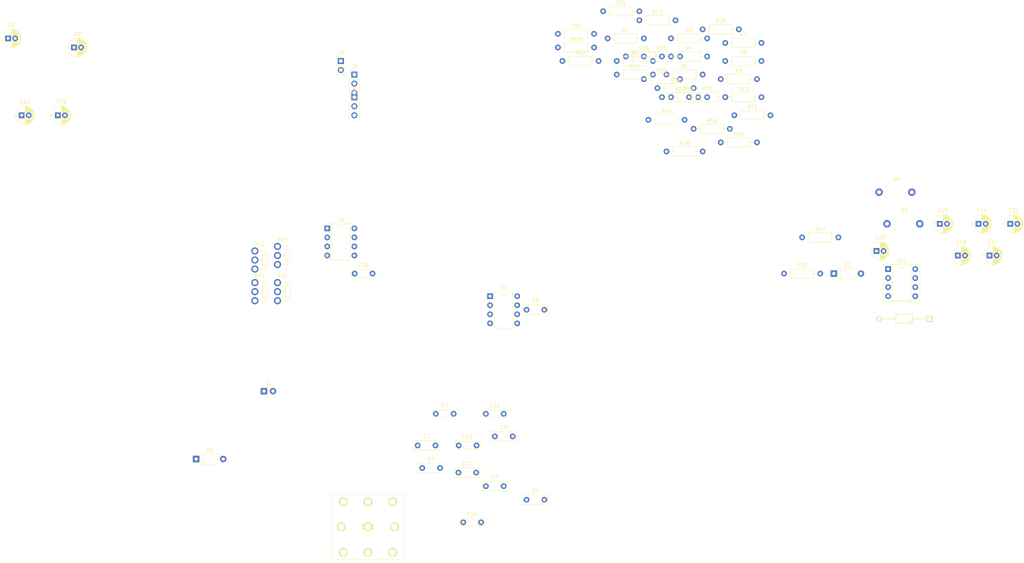
<source format=kicad_pcb>
(kicad_pcb (version 4) (host pcbnew 4.0.7)
  (layers (0 F.Cu signal) (31 B.Cu signal) (34 B.Paste user) (35 F.Paste user) (36 B.SilkS user) (37 F.SilkS user) (38 B.Mask user) (39 F.Mask user) (44 Edge.Cuts user))
  (net 0 "")
  (net 1 "Net-(C1-Pad1)")
  (net 2 "Net-(C1-Pad2)")
  (net 3 "Net-(C2-Pad1)")
  (net 4 POST-BUFF)
  (net 5 "Net-(C3-Pad2)")
  (net 6 "Net-(C4-Pad2)")
  (net 7 "Net-(C5-Pad1)")
  (net 8 "Net-(C6-Pad1)")
  (net 9 GND)
  (net 10 "Net-(C7-Pad1)")
  (net 11 "Net-(C7-Pad2)")
  (net 12 "Net-(C8-Pad1)")
  (net 13 "Net-(C9-Pad2)")
  (net 14 "Net-(C10-Pad2)")
  (net 15 "Net-(C11-Pad1)")
  (net 16 STAGE1-OUT)
  (net 17 3PDT-1)
  (net 18 "Net-(C12-Pad2)")
  (net 19 "Net-(C13-Pad1)")
  (net 20 "Net-(C14-Pad1)")
  (net 21 "Net-(C15-Pad1)")
  (net 22 "Net-(C15-Pad2)")
  (net 23 V2+)
  (net 24 "Net-(C17-Pad1)")
  (net 25 "Net-(C17-Pad2)")
  (net 26 V+)
  (net 27 "Net-(C19-Pad1)")
  (net 28 "Net-(C19-Pad2)")
  (net 29 VB+)
  (net 30 "Net-(D1-Pad1)")
  (net 31 "Net-(D1-Pad2)")
  (net 32 INPUT)
  (net 33 "Net-(J1-Pad2)")
  (net 34 "Net-(J2-Pad2)")
  (net 35 OUTPUT)
  (net 36 "Net-(R8-Pad1)")
  (net 37 "Net-(R12-Pad1)")
  (net 38 "Net-(R18-Pad2)")
  (net 39 "Net-(R21-Pad1)")
  (net 40 "Net-(R24-Pad2)")
  (net 41 "Net-(R26-Pad1)")
  (net 42 S2-to-3PDT6)
  (net 43 "Net-(SW1-Pad7)")
  (net 44 "Net-(SW1-Pad8)")
  (net 45 "Net-(SW1-Pad9)")
  (net 46 "Net-(IC1-Pad6)")
  (net 47 "Net-(IC1-Pad7)")
  (module Capacitors_THT:C_Rect_L7.0mm_W2.5mm_P5.00mm (layer F.Cu) (at 152.4 156.21)
    (fp_text reference C1 (at 2.5 -2.56) (layer F.SilkS))
    (fp_text value .1u)
    (pad 1 thru_hole circle (at 0 0) (size 1.6 1.6) (drill 0.8) (layers *.Cu *.Mask) (net 1 "Net-(C1-Pad1)"))
    (pad 2 thru_hole circle (at 5 0) (size 1.6 1.6) (drill 0.8) (layers *.Cu *.Mask) (net 2 "Net-(C1-Pad2)"))
  )
  (module Capacitors_THT:C_Rect_L7.0mm_W2.5mm_P5.00mm (layer F.Cu) (at 153.67 162.56)
    (fp_text reference C2 (at 2.5 -2.56) (layer F.SilkS))
    (fp_text value .1u)
    (pad 1 thru_hole circle (at 0 0) (size 1.6 1.6) (drill 0.8) (layers *.Cu *.Mask) (net 3 "Net-(C2-Pad1)"))
    (pad 2 thru_hole circle (at 5 0) (size 1.6 1.6) (drill 0.8) (layers *.Cu *.Mask) (net 4 POST-BUFF))
  )
  (module Capacitors_THT:C_Rect_L7.0mm_W2.5mm_P5.00mm (layer F.Cu) (at 171.53 167.64)
    (fp_text reference C3 (at 2.5 -2.56) (layer F.SilkS))
    (fp_text value 68n)
    (pad 1 thru_hole circle (at 0 0) (size 1.6 1.6) (drill 0.8) (layers *.Cu *.Mask) (net 4 POST-BUFF))
    (pad 2 thru_hole circle (at 5 0) (size 1.6 1.6) (drill 0.8) (layers *.Cu *.Mask) (net 5 "Net-(C3-Pad2)"))
  )
  (module Capacitors_THT:C_Rect_L7.0mm_W2.5mm_P5.00mm (layer F.Cu) (at 182.96 171.45)
    (fp_text reference C4 (at 2.5 -2.56) (layer F.SilkS))
    (fp_text value .39u)
    (pad 1 thru_hole circle (at 0 0) (size 1.6 1.6) (drill 0.8) (layers *.Cu *.Mask) (net 5 "Net-(C3-Pad2)"))
    (pad 2 thru_hole circle (at 5 0) (size 1.6 1.6) (drill 0.8) (layers *.Cu *.Mask) (net 6 "Net-(C4-Pad2)"))
  )
  (module Capacitors_THT:C_Rect_L7.0mm_W2.5mm_P5.00mm (layer F.Cu) (at 174.07 153.67)
    (fp_text reference C5 (at 2.5 -2.56) (layer F.SilkS))
    (fp_text value 68n)
    (pad 1 thru_hole circle (at 0 0) (size 1.6 1.6) (drill 0.8) (layers *.Cu *.Mask) (net 7 "Net-(C5-Pad1)"))
    (pad 2 thru_hole circle (at 5 0) (size 1.6 1.6) (drill 0.8) (layers *.Cu *.Mask) (net 3 "Net-(C2-Pad1)"))
  )
  (module Capacitors_THT:CP_Radial_D5.0mm_P2.00mm (layer F.Cu) (at 37.37 41.91)
    (fp_text reference C6 (at 1 -3.81) (layer F.SilkS))
    (fp_text value 1u)
    (pad 1 thru_hole rect (at 0 0) (size 1.6 1.6) (drill 0.8) (layers *.Cu *.Mask) (net 8 "Net-(C6-Pad1)"))
    (pad 2 thru_hole circle (at 2 0) (size 1.6 1.6) (drill 0.8) (layers *.Cu *.Mask) (net 9 GND))
  )
  (module Capacitors_THT:C_Rect_L7.0mm_W2.0mm_P5.00mm (layer F.Cu) (at 157.48 147.32)
    (fp_text reference C7 (at 2.5 -2.31) (layer F.SilkS))
    (fp_text value 82n)
    (pad 1 thru_hole circle (at 0 0) (size 1.6 1.6) (drill 0.8) (layers *.Cu *.Mask) (net 10 "Net-(C7-Pad1)"))
    (pad 2 thru_hole circle (at 5 0) (size 1.6 1.6) (drill 0.8) (layers *.Cu *.Mask) (net 11 "Net-(C7-Pad2)"))
  )
  (module Capacitors_THT:C_Rect_L7.0mm_W2.5mm_P5.00mm (layer F.Cu) (at 182.96 118.11)
    (fp_text reference C8 (at 2.5 -2.56) (layer F.SilkS))
    (fp_text value 390p)
    (pad 1 thru_hole circle (at 0 0) (size 1.6 1.6) (drill 0.8) (layers *.Cu *.Mask) (net 12 "Net-(C8-Pad1)"))
    (pad 2 thru_hole circle (at 5 0) (size 1.6 1.6) (drill 0.8) (layers *.Cu *.Mask) (net 10 "Net-(C7-Pad1)"))
  )
  (module Capacitors_THT:CP_Radial_D5.0mm_P2.00mm (layer F.Cu) (at 55.88 44.45)
    (fp_text reference C9 (at 1 -3.81) (layer F.SilkS))
    (fp_text value 1u)
    (pad 1 thru_hole rect (at 0 0) (size 1.6 1.6) (drill 0.8) (layers *.Cu *.Mask) (net 12 "Net-(C8-Pad1)"))
    (pad 2 thru_hole circle (at 2 0) (size 1.6 1.6) (drill 0.8) (layers *.Cu *.Mask) (net 13 "Net-(C9-Pad2)"))
  )
  (module Capacitors_THT:C_Rect_L7.0mm_W2.0mm_P5.00mm (layer F.Cu) (at 165.18 177.8)
    (fp_text reference C10 (at 2.5 -2.31) (layer F.SilkS))
    (fp_text value 4.7n)
    (pad 1 thru_hole circle (at 0 0) (size 1.6 1.6) (drill 0.8) (layers *.Cu *.Mask) (net 4 POST-BUFF))
    (pad 2 thru_hole circle (at 5 0) (size 1.6 1.6) (drill 0.8) (layers *.Cu *.Mask) (net 14 "Net-(C10-Pad2)"))
  )
  (module Capacitors_THT:C_Rect_L7.0mm_W2.5mm_P5.00mm (layer F.Cu) (at 163.83 163.83)
    (fp_text reference C11 (at 2.5 -2.56) (layer F.SilkS))
    (fp_text value 820p)
    (pad 1 thru_hole circle (at 0 0) (size 1.6 1.6) (drill 0.8) (layers *.Cu *.Mask) (net 15 "Net-(C11-Pad1)"))
    (pad 2 thru_hole circle (at 5 0) (size 1.6 1.6) (drill 0.8) (layers *.Cu *.Mask) (net 16 STAGE1-OUT))
  )
  (module Capacitors_THT:CP_Radial_D5.0mm_P2.00mm (layer F.Cu) (at 41.18 63.5)
    (fp_text reference C12 (at 1 -3.81) (layer F.SilkS))
    (fp_text value 1u)
    (pad 1 thru_hole rect (at 0 0) (size 1.6 1.6) (drill 0.8) (layers *.Cu *.Mask) (net 17 3PDT-1))
    (pad 2 thru_hole circle (at 2 0) (size 1.6 1.6) (drill 0.8) (layers *.Cu *.Mask) (net 18 "Net-(C12-Pad2)"))
  )
  (module Capacitors_THT:C_Rect_L7.0mm_W2.0mm_P5.00mm (layer F.Cu) (at 163.91 156.21)
    (fp_text reference C13 (at 2.5 -2.31) (layer F.SilkS))
    (fp_text value 2.2n)
    (pad 1 thru_hole circle (at 0 0) (size 1.6 1.6) (drill 0.8) (layers *.Cu *.Mask) (net 19 "Net-(C13-Pad1)"))
    (pad 2 thru_hole circle (at 5 0) (size 1.6 1.6) (drill 0.8) (layers *.Cu *.Mask) (net 18 "Net-(C12-Pad2)"))
  )
  (module Capacitors_THT:C_Rect_L7.0mm_W2.0mm_P5.00mm (layer F.Cu) (at 171.53 147.32)
    (fp_text reference C14 (at 2.5 -2.31) (layer F.SilkS))
    (fp_text value 27n)
    (pad 1 thru_hole circle (at 0 0) (size 1.6 1.6) (drill 0.8) (layers *.Cu *.Mask) (net 20 "Net-(C14-Pad1)"))
    (pad 2 thru_hole circle (at 5 0) (size 1.6 1.6) (drill 0.8) (layers *.Cu *.Mask) (net 16 STAGE1-OUT))
  )
  (module Capacitors_THT:C_Rect_L7.0mm_W2.0mm_P5.00mm (layer F.Cu) (at 134.7 107.95)
    (fp_text reference C15 (at 2.5 -2.31) (layer F.SilkS))
    (fp_text value 3.9n)
    (pad 1 thru_hole circle (at 0 0) (size 1.6 1.6) (drill 0.8) (layers *.Cu *.Mask) (net 21 "Net-(C15-Pad1)"))
    (pad 2 thru_hole circle (at 5 0) (size 1.6 1.6) (drill 0.8) (layers *.Cu *.Mask) (net 22 "Net-(C15-Pad2)"))
  )
  (module Capacitors_THT:CP_Radial_D5.0mm_P2.00mm (layer F.Cu) (at 309.88 93.98)
    (fp_text reference C16 (at 1 -3.81) (layer F.SilkS))
    (fp_text value 1u)
    (pad 1 thru_hole rect (at 0 0) (size 1.6 1.6) (drill 0.8) (layers *.Cu *.Mask) (net 23 V2+))
    (pad 2 thru_hole circle (at 2 0) (size 1.6 1.6) (drill 0.8) (layers *.Cu *.Mask) (net 9 GND))
  )
  (module Capacitors_THT:CP_Radial_D5.0mm_P2.00mm (layer F.Cu) (at 312.96 102.87)
    (fp_text reference C17 (at 1 -3.81) (layer F.SilkS))
    (fp_text value 1u)
    (pad 1 thru_hole rect (at 0 0) (size 1.6 1.6) (drill 0.8) (layers *.Cu *.Mask) (net 24 "Net-(C17-Pad1)"))
    (pad 2 thru_hole circle (at 2 0) (size 1.6 1.6) (drill 0.8) (layers *.Cu *.Mask) (net 25 "Net-(C17-Pad2)"))
  )
  (module Capacitors_THT:CP_Radial_D5.0mm_P2.00mm (layer F.Cu) (at 304.07 102.87)
    (fp_text reference C18 (at 1 -3.81) (layer F.SilkS))
    (fp_text value 47u)
    (pad 1 thru_hole rect (at 0 0) (size 1.6 1.6) (drill 0.8) (layers *.Cu *.Mask) (net 26 V+))
    (pad 2 thru_hole circle (at 2 0) (size 1.6 1.6) (drill 0.8) (layers *.Cu *.Mask) (net 9 GND))
  )
  (module Capacitors_THT:CP_Radial_D5.0mm_P2.00mm (layer F.Cu) (at 51.34 63.5)
    (fp_text reference C19 (at 1 -3.81) (layer F.SilkS))
    (fp_text value 4.7u)
    (pad 1 thru_hole rect (at 0 0) (size 1.6 1.6) (drill 0.8) (layers *.Cu *.Mask) (net 27 "Net-(C19-Pad1)"))
    (pad 2 thru_hole circle (at 2 0) (size 1.6 1.6) (drill 0.8) (layers *.Cu *.Mask) (net 28 "Net-(C19-Pad2)"))
  )
  (module Capacitors_THT:CP_Radial_D5.0mm_P2.00mm (layer F.Cu) (at 298.99 93.98)
    (fp_text reference C20 (at 1 -3.81) (layer F.SilkS))
    (fp_text value 1u)
    (pad 1 thru_hole rect (at 0 0) (size 1.6 1.6) (drill 0.8) (layers *.Cu *.Mask) (net 25 "Net-(C17-Pad2)"))
    (pad 2 thru_hole circle (at 2 0) (size 1.6 1.6) (drill 0.8) (layers *.Cu *.Mask) (net 9 GND))
  )
  (module Capacitors_THT:CP_Radial_D5.0mm_P2.00mm (layer F.Cu) (at 318.77 93.98)
    (fp_text reference C21 (at 1 -3.81) (layer F.SilkS))
    (fp_text value 47u)
    (pad 1 thru_hole rect (at 0 0) (size 1.6 1.6) (drill 0.8) (layers *.Cu *.Mask) (net 29 VB+))
    (pad 2 thru_hole circle (at 2 0) (size 1.6 1.6) (drill 0.8) (layers *.Cu *.Mask) (net 9 GND))
  )
  (module Capacitors_THT:CP_Radial_D5.0mm_P2.00mm (layer F.Cu) (at 281.21 101.6)
    (fp_text reference C22 (at 1 -3.81) (layer F.SilkS))
    (fp_text value 1u)
    (pad 1 thru_hole rect (at 0 0) (size 1.6 1.6) (drill 0.8) (layers *.Cu *.Mask) (net 9 GND))
    (pad 2 thru_hole circle (at 2 0) (size 1.6 1.6) (drill 0.8) (layers *.Cu *.Mask) (net 26 V+))
  )
  (module LEDs:LED_D1.8mm_W3.3mm_H2.4mm (layer F.Cu) (at 109.22 140.97)
    (fp_text reference D1 (at 1.27 -2.26) (layer F.SilkS))
    (fp_text value LED)
    (pad 1 thru_hole rect (at 0 0) (size 1.8 1.8) (drill 0.9) (layers *.Cu *.Mask) (net 30 "Net-(D1-Pad1)"))
    (pad 2 thru_hole circle (at 2.54 0) (size 1.8 1.8) (drill 0.9) (layers *.Cu *.Mask) (net 31 "Net-(D1-Pad2)"))
  )
  (module Diodes_THT:D_A-405_P7.62mm_Horizontal (layer F.Cu) (at 90.17 160.02)
    (fp_text reference D2 (at 3.81 -2.41) (layer F.SilkS))
    (fp_text value D)
    (pad 1 thru_hole rect (at 0 0) (size 1.8 1.8) (drill 0.9) (layers *.Cu *.Mask) (net 17 3PDT-1))
    (pad 2 thru_hole oval (at 7.62 0) (size 1.8 1.8) (drill 0.9) (layers *.Cu *.Mask) (net 9 GND))
  )
  (module Diodes_THT:D_A-405_P7.62mm_Horizontal (layer F.Cu) (at 269.24 107.95)
    (fp_text reference D3 (at 3.81 -2.41) (layer F.SilkS))
    (fp_text value D)
    (pad 1 thru_hole rect (at 0 0) (size 1.8 1.8) (drill 0.9) (layers *.Cu *.Mask) (net 9 GND))
    (pad 2 thru_hole oval (at 7.62 0) (size 1.8 1.8) (drill 0.9) (layers *.Cu *.Mask) (net 17 3PDT-1))
  )
  (module digikey-footprints:DO-41 (layer F.Cu) (at 281.94 85.09)
    (fp_text reference D4 (at 4.95 -3.65) (layer F.SilkS))
    (fp_text value 1N4001-G)
    (pad 1 thru_hole circle (at 0 0) (size 2.1 2.1) (drill 1.1) (layers *.Cu *.Mask) (net 23 V2+))
    (pad 2 thru_hole circle (at 9.2 0) (size 2.1 2.1) (drill 1.1) (layers *.Cu *.Mask) (net 24 "Net-(C17-Pad1)"))
  )
  (module digikey-footprints:DO-41 (layer F.Cu) (at 284.17 93.98)
    (fp_text reference D5 (at 4.95 -3.65) (layer F.SilkS))
    (fp_text value 1N4001-G)
    (pad 1 thru_hole circle (at 0 0) (size 2.1 2.1) (drill 1.1) (layers *.Cu *.Mask) (net 24 "Net-(C17-Pad1)"))
    (pad 2 thru_hole circle (at 9.2 0) (size 2.1 2.1) (drill 1.1) (layers *.Cu *.Mask) (net 26 V+))
  )
  (module Socket_Strips:Socket_Strip_Straight_1x03_Pitch2.54mm (layer F.Cu) (at 134.62 58.42)
    (fp_text reference J1 (at 0 -2.33) (layer F.SilkS))
    (fp_text value Conn_01x03)
    (pad 1 thru_hole rect (at 0 0) (size 1.7 1.7) (drill 1) (layers *.Cu *.Mask) (net 32 INPUT))
    (pad 2 thru_hole oval (at 0 2.54) (size 1.7 1.7) (drill 1) (layers *.Cu *.Mask) (net 33 "Net-(J1-Pad2)"))
    (pad 3 thru_hole oval (at 0 5.08) (size 1.7 1.7) (drill 1) (layers *.Cu *.Mask) (net 9 GND))
  )
  (module Socket_Strips:Socket_Strip_Straight_1x03_Pitch2.54mm (layer F.Cu) (at 134.62 52.07)
    (fp_text reference J2 (at 0 -2.33) (layer F.SilkS))
    (fp_text value Conn_01x03)
    (pad 1 thru_hole rect (at 0 0) (size 1.7 1.7) (drill 1) (layers *.Cu *.Mask) (net 26 V+))
    (pad 2 thru_hole oval (at 0 2.54) (size 1.7 1.7) (drill 1) (layers *.Cu *.Mask) (net 34 "Net-(J2-Pad2)"))
    (pad 3 thru_hole oval (at 0 5.08) (size 1.7 1.7) (drill 1) (layers *.Cu *.Mask) (net 9 GND))
  )
  (module Socket_Strips:Socket_Strip_Straight_1x02_Pitch2.54mm (layer F.Cu) (at 130.81 48.26)
    (fp_text reference J3 (at 0 -2.33) (layer F.SilkS))
    (fp_text value Conn_01x02)
    (pad 1 thru_hole rect (at 0 0) (size 1.7 1.7) (drill 1) (layers *.Cu *.Mask) (net 35 OUTPUT))
    (pad 2 thru_hole oval (at 0 2.54) (size 1.7 1.7) (drill 1) (layers *.Cu *.Mask) (net 9 GND))
  )
  (module Resistors_THT:R_Axial_DIN0207_L6.3mm_D2.5mm_P10.16mm_Horizontal (layer F.Cu) (at 205.74 41.91)
    (fp_text reference R1 (at 5.08 -2.31) (layer F.SilkS))
    (fp_text value 10k)
    (pad 1 thru_hole circle (at 0 0) (size 1.6 1.6) (drill 0.8) (layers *.Cu *.Mask) (net 2 "Net-(C1-Pad2)"))
    (pad 2 thru_hole oval (at 10.16 0) (size 1.6 1.6) (drill 0.8) (layers *.Cu *.Mask) (net 32 INPUT))
  )
  (module Resistors_THT:R_Axial_DIN0207_L6.3mm_D2.5mm_P10.16mm_Horizontal (layer F.Cu) (at 208.28 48.26)
    (fp_text reference R2 (at 5.08 -2.31) (layer F.SilkS))
    (fp_text value 5.1k)
    (pad 1 thru_hole circle (at 0 0) (size 1.6 1.6) (drill 0.8) (layers *.Cu *.Mask) (net 4 POST-BUFF))
    (pad 2 thru_hole oval (at 10.16 0) (size 1.6 1.6) (drill 0.8) (layers *.Cu *.Mask) (net 5 "Net-(C3-Pad2)"))
  )
  (module Resistors_THT:R_Axial_DIN0207_L6.3mm_D2.5mm_P10.16mm_Horizontal (layer F.Cu) (at 223.52 41.91)
    (fp_text reference R3 (at 5.08 -2.31) (layer F.SilkS))
    (fp_text value 1.5k)
    (pad 1 thru_hole circle (at 0 0) (size 1.6 1.6) (drill 0.8) (layers *.Cu *.Mask) (net 5 "Net-(C3-Pad2)"))
    (pad 2 thru_hole oval (at 10.16 0) (size 1.6 1.6) (drill 0.8) (layers *.Cu *.Mask) (net 29 VB+))
  )
  (module Resistors_THT:R_Axial_DIN0207_L6.3mm_D2.5mm_P10.16mm_Horizontal (layer F.Cu) (at 223.52 46.99)
    (fp_text reference R4 (at 5.08 -2.31) (layer F.SilkS))
    (fp_text value 1k)
    (pad 1 thru_hole circle (at 0 0) (size 1.6 1.6) (drill 0.8) (layers *.Cu *.Mask) (net 6 "Net-(C4-Pad2)"))
    (pad 2 thru_hole oval (at 10.16 0) (size 1.6 1.6) (drill 0.8) (layers *.Cu *.Mask) (net 29 VB+))
  )
  (module Resistors_THT:R_Axial_DIN0207_L6.3mm_D2.5mm_P10.16mm_Horizontal (layer F.Cu) (at 222.25 52.07)
    (fp_text reference R5 (at 5.08 -2.31) (layer F.SilkS))
    (fp_text value 1M)
    (pad 1 thru_hole circle (at 0 0) (size 1.6 1.6) (drill 0.8) (layers *.Cu *.Mask) (net 1 "Net-(C1-Pad1)"))
    (pad 2 thru_hole oval (at 10.16 0) (size 1.6 1.6) (drill 0.8) (layers *.Cu *.Mask) (net 29 VB+))
  )
  (module Resistors_THT:R_Axial_DIN0207_L6.3mm_D2.5mm_P10.16mm_Horizontal (layer F.Cu) (at 191.77 40.64)
    (fp_text reference R6 (at 5.08 -2.31) (layer F.SilkS))
    (fp_text value 10k)
    (pad 1 thru_hole circle (at 0 0) (size 1.6 1.6) (drill 0.8) (layers *.Cu *.Mask) (net 7 "Net-(C5-Pad1)"))
    (pad 2 thru_hole oval (at 10.16 0) (size 1.6 1.6) (drill 0.8) (layers *.Cu *.Mask) (net 3 "Net-(C2-Pad1)"))
  )
  (module Resistors_THT:R_Axial_DIN0207_L6.3mm_D2.5mm_P10.16mm_Horizontal (layer F.Cu) (at 238.76 43.18)
    (fp_text reference R7 (at 5.08 -2.31) (layer F.SilkS))
    (fp_text value 1.5k)
    (pad 1 thru_hole circle (at 0 0) (size 1.6 1.6) (drill 0.8) (layers *.Cu *.Mask) (net 8 "Net-(C6-Pad1)"))
    (pad 2 thru_hole oval (at 10.16 0) (size 1.6 1.6) (drill 0.8) (layers *.Cu *.Mask) (net 3 "Net-(C2-Pad1)"))
  )
  (module Resistors_THT:R_Axial_DIN0207_L6.3mm_D2.5mm_P10.16mm_Horizontal (layer F.Cu) (at 238.76 48.26)
    (fp_text reference R8 (at 5.08 -2.31) (layer F.SilkS))
    (fp_text value 2k)
    (pad 1 thru_hole circle (at 0 0) (size 1.6 1.6) (drill 0.8) (layers *.Cu *.Mask) (net 36 "Net-(R8-Pad1)"))
    (pad 2 thru_hole oval (at 10.16 0) (size 1.6 1.6) (drill 0.8) (layers *.Cu *.Mask) (net 11 "Net-(C7-Pad2)"))
  )
  (module Resistors_THT:R_Axial_DIN0207_L6.3mm_D2.5mm_P10.16mm_Horizontal (layer F.Cu) (at 237.49 53.34)
    (fp_text reference R9 (at 5.08 -2.31) (layer F.SilkS))
    (fp_text value 15k)
    (pad 1 thru_hole circle (at 0 0) (size 1.6 1.6) (drill 0.8) (layers *.Cu *.Mask) (net 10 "Net-(C7-Pad1)"))
    (pad 2 thru_hole oval (at 10.16 0) (size 1.6 1.6) (drill 0.8) (layers *.Cu *.Mask) (net 11 "Net-(C7-Pad2)"))
  )
  (module Resistors_THT:R_Axial_DIN0207_L6.3mm_D2.5mm_P10.16mm_Horizontal (layer F.Cu) (at 191.77 44.45)
    (fp_text reference R10 (at 5.08 -2.31) (layer F.SilkS))
    (fp_text value 3.9k)
    (pad 1 thru_hole circle (at 0 0) (size 1.6 1.6) (drill 0.8) (layers *.Cu *.Mask) (net 31 "Net-(D1-Pad2)"))
    (pad 2 thru_hole oval (at 10.16 0) (size 1.6 1.6) (drill 0.8) (layers *.Cu *.Mask) (net 26 V+))
  )
  (module Resistors_THT:R_Axial_DIN0207_L6.3mm_D2.5mm_P10.16mm_Horizontal (layer F.Cu) (at 208.28 52.07)
    (fp_text reference R11 (at 5.08 -2.31) (layer F.SilkS))
    (fp_text value 422k)
    (pad 1 thru_hole circle (at 0 0) (size 1.6 1.6) (drill 0.8) (layers *.Cu *.Mask) (net 12 "Net-(C8-Pad1)"))
    (pad 2 thru_hole oval (at 10.16 0) (size 1.6 1.6) (drill 0.8) (layers *.Cu *.Mask) (net 10 "Net-(C7-Pad1)"))
  )
  (module Resistors_THT:R_Axial_DIN0207_L6.3mm_D2.5mm_P10.16mm_Horizontal (layer F.Cu) (at 193.04 48.26)
    (fp_text reference R12 (at 5.08 -2.31) (layer F.SilkS))
    (fp_text value 68k)
    (pad 1 thru_hole circle (at 0 0) (size 1.6 1.6) (drill 0.8) (layers *.Cu *.Mask) (net 37 "Net-(R12-Pad1)"))
    (pad 2 thru_hole oval (at 10.16 0) (size 1.6 1.6) (drill 0.8) (layers *.Cu *.Mask) (net 35 OUTPUT))
  )
  (module Resistors_THT:R_Axial_DIN0207_L6.3mm_D2.5mm_P10.16mm_Horizontal (layer F.Cu) (at 238.76 58.42)
    (fp_text reference R13 (at 5.08 -2.31) (layer F.SilkS))
    (fp_text value 560)
    (pad 1 thru_hole circle (at 0 0) (size 1.6 1.6) (drill 0.8) (layers *.Cu *.Mask) (net 37 "Net-(R12-Pad1)"))
    (pad 2 thru_hole oval (at 10.16 0) (size 1.6 1.6) (drill 0.8) (layers *.Cu *.Mask) (net 14 "Net-(C10-Pad2)"))
  )
  (module Resistors_THT:R_Axial_DIN0207_L6.3mm_D2.5mm_P10.16mm_Horizontal (layer F.Cu) (at 223.52 58.42)
    (fp_text reference R14 (at 5.08 -2.31) (layer F.SilkS))
    (fp_text value 100k)
    (pad 1 thru_hole circle (at 0 0) (size 1.6 1.6) (drill 0.8) (layers *.Cu *.Mask) (net 14 "Net-(C10-Pad2)"))
    (pad 2 thru_hole oval (at 10.16 0) (size 1.6 1.6) (drill 0.8) (layers *.Cu *.Mask) (net 9 GND))
  )
  (module Resistors_THT:R_Axial_DIN0207_L6.3mm_D2.5mm_P10.16mm_Horizontal (layer F.Cu) (at 241.3 63.5)
    (fp_text reference R15 (at 5.08 -2.31) (layer F.SilkS))
    (fp_text value 1k)
    (pad 1 thru_hole circle (at 0 0) (size 1.6 1.6) (drill 0.8) (layers *.Cu *.Mask) (net 17 3PDT-1))
    (pad 2 thru_hole oval (at 10.16 0) (size 1.6 1.6) (drill 0.8) (layers *.Cu *.Mask) (net 13 "Net-(C9-Pad2)"))
  )
  (module Resistors_THT:R_Axial_DIN0207_L6.3mm_D2.5mm_P10.16mm_Horizontal (layer F.Cu) (at 229.87 67.31)
    (fp_text reference R16 (at 5.08 -2.31) (layer F.SilkS))
    (fp_text value 15k)
    (pad 1 thru_hole circle (at 0 0) (size 1.6 1.6) (drill 0.8) (layers *.Cu *.Mask) (net 16 STAGE1-OUT))
    (pad 2 thru_hole oval (at 10.16 0) (size 1.6 1.6) (drill 0.8) (layers *.Cu *.Mask) (net 8 "Net-(C6-Pad1)"))
  )
  (module Resistors_THT:R_Axial_DIN0207_L6.3mm_D2.5mm_P10.16mm_Horizontal (layer F.Cu) (at 214.63 36.83)
    (fp_text reference R17 (at 5.08 -2.31) (layer F.SilkS))
    (fp_text value 392k)
    (pad 1 thru_hole circle (at 0 0) (size 1.6 1.6) (drill 0.8) (layers *.Cu *.Mask) (net 15 "Net-(C11-Pad1)"))
    (pad 2 thru_hole oval (at 10.16 0) (size 1.6 1.6) (drill 0.8) (layers *.Cu *.Mask) (net 16 STAGE1-OUT))
  )
  (module Resistors_THT:R_Axial_DIN0207_L6.3mm_D2.5mm_P10.16mm_Horizontal (layer F.Cu) (at 237.49 71.12)
    (fp_text reference R18 (at 5.08 -2.31) (layer F.SilkS))
    (fp_text value 22k)
    (pad 1 thru_hole circle (at 0 0) (size 1.6 1.6) (drill 0.8) (layers *.Cu *.Mask) (net 19 "Net-(C13-Pad1)"))
    (pad 2 thru_hole oval (at 10.16 0) (size 1.6 1.6) (drill 0.8) (layers *.Cu *.Mask) (net 38 "Net-(R18-Pad2)"))
  )
  (module Resistors_THT:R_Axial_DIN0207_L6.3mm_D2.5mm_P10.16mm_Horizontal (layer F.Cu) (at 217.17 64.77)
    (fp_text reference R19 (at 5.08 -2.31) (layer F.SilkS))
    (fp_text value 47k)
    (pad 1 thru_hole circle (at 0 0) (size 1.6 1.6) (drill 0.8) (layers *.Cu *.Mask) (net 16 STAGE1-OUT))
    (pad 2 thru_hole oval (at 10.16 0) (size 1.6 1.6) (drill 0.8) (layers *.Cu *.Mask) (net 18 "Net-(C12-Pad2)"))
  )
  (module Resistors_THT:R_Axial_DIN0207_L6.3mm_D2.5mm_P10.16mm_Horizontal (layer F.Cu) (at 222.25 73.66)
    (fp_text reference R20 (at 5.08 -2.31) (layer F.SilkS))
    (fp_text value 2k)
    (pad 1 thru_hole circle (at 0 0) (size 1.6 1.6) (drill 0.8) (layers *.Cu *.Mask) (net 16 STAGE1-OUT))
    (pad 2 thru_hole oval (at 10.16 0) (size 1.6 1.6) (drill 0.8) (layers *.Cu *.Mask) (net 38 "Net-(R18-Pad2)"))
  )
  (module Resistors_THT:R_Axial_DIN0207_L6.3mm_D2.5mm_P10.16mm_Horizontal (layer F.Cu) (at 204.47 34.29)
    (fp_text reference R21 (at 5.08 -2.31) (layer F.SilkS))
    (fp_text value 1.8k)
    (pad 1 thru_hole circle (at 0 0) (size 1.6 1.6) (drill 0.8) (layers *.Cu *.Mask) (net 39 "Net-(R21-Pad1)"))
    (pad 2 thru_hole oval (at 10.16 0) (size 1.6 1.6) (drill 0.8) (layers *.Cu *.Mask) (net 15 "Net-(C11-Pad1)"))
  )
  (module Resistors_THT:R_Axial_DIN0207_L6.3mm_D2.5mm_P10.16mm_Horizontal (layer F.Cu) (at 215.9 53.34)
    (fp_text reference R22 (at 5.08 -2.31) (layer F.SilkS))
    (fp_text value 2k)
    (pad 1 thru_hole circle (at 0 0) (size 1.6 1.6) (drill 0.8) (layers *.Cu *.Mask) (net 20 "Net-(C14-Pad1)"))
    (pad 2 thru_hole oval (at 10.16 0) (size 1.6 1.6) (drill 0.8) (layers *.Cu *.Mask) (net 38 "Net-(R18-Pad2)"))
  )
  (module Resistors_THT:R_Axial_DIN0207_L6.3mm_D2.5mm_P10.16mm_Horizontal (layer F.Cu) (at 220.98 58.42)
    (fp_text reference R23 (at 5.08 -2.31) (layer F.SilkS))
    (fp_text value 100k)
    (pad 1 thru_hole circle (at 0 0) (size 1.6 1.6) (drill 0.8) (layers *.Cu *.Mask) (net 22 "Net-(C15-Pad2)"))
    (pad 2 thru_hole oval (at 10.16 0) (size 1.6 1.6) (drill 0.8) (layers *.Cu *.Mask) (net 15 "Net-(C11-Pad1)"))
  )
  (module Resistors_THT:R_Axial_DIN0207_L6.3mm_D2.5mm_P10.16mm_Horizontal (layer F.Cu) (at 219.71 55.88)
    (fp_text reference R24 (at 5.08 -2.31) (layer F.SilkS))
    (fp_text value 4.7k)
    (pad 1 thru_hole circle (at 0 0) (size 1.6 1.6) (drill 0.8) (layers *.Cu *.Mask) (net 27 "Net-(C19-Pad1)"))
    (pad 2 thru_hole oval (at 10.16 0) (size 1.6 1.6) (drill 0.8) (layers *.Cu *.Mask) (net 40 "Net-(R24-Pad2)"))
  )
  (module Resistors_THT:R_Axial_DIN0207_L6.3mm_D2.5mm_P10.16mm_Horizontal (layer F.Cu) (at 215.9 46.99)
    (fp_text reference R25 (at 5.08 -2.31) (layer F.SilkS))
    (fp_text value 100k)
    (pad 1 thru_hole circle (at 0 0) (size 1.6 1.6) (drill 0.8) (layers *.Cu *.Mask) (net 27 "Net-(C19-Pad1)"))
    (pad 2 thru_hole oval (at 10.16 0) (size 1.6 1.6) (drill 0.8) (layers *.Cu *.Mask) (net 22 "Net-(C15-Pad2)"))
  )
  (module Resistors_THT:R_Axial_DIN0207_L6.3mm_D2.5mm_P10.16mm_Horizontal (layer F.Cu) (at 210.82 46.99)
    (fp_text reference R26 (at 5.08 -2.31) (layer F.SilkS))
    (fp_text value 560)
    (pad 1 thru_hole circle (at 0 0) (size 1.6 1.6) (drill 0.8) (layers *.Cu *.Mask) (net 41 "Net-(R26-Pad1)"))
    (pad 2 thru_hole oval (at 10.16 0) (size 1.6 1.6) (drill 0.8) (layers *.Cu *.Mask) (net 28 "Net-(C19-Pad2)"))
  )
  (module Resistors_THT:R_Axial_DIN0207_L6.3mm_D2.5mm_P10.16mm_Horizontal (layer F.Cu) (at 260.35 97.79)
    (fp_text reference R27 (at 5.08 -2.31) (layer F.SilkS))
    (fp_text value 27k)
    (pad 1 thru_hole circle (at 0 0) (size 1.6 1.6) (drill 0.8) (layers *.Cu *.Mask) (net 29 VB+))
    (pad 2 thru_hole oval (at 10.16 0) (size 1.6 1.6) (drill 0.8) (layers *.Cu *.Mask) (net 26 V+))
  )
  (module Resistors_THT:R_Axial_DIN0207_L6.3mm_D2.5mm_P10.16mm_Horizontal (layer F.Cu) (at 232.41 39.37)
    (fp_text reference R28 (at 5.08 -2.31) (layer F.SilkS))
    (fp_text value 68k)
    (pad 1 thru_hole circle (at 0 0) (size 1.6 1.6) (drill 0.8) (layers *.Cu *.Mask) (net 35 OUTPUT))
    (pad 2 thru_hole oval (at 10.16 0) (size 1.6 1.6) (drill 0.8) (layers *.Cu *.Mask) (net 42 S2-to-3PDT6))
  )
  (module Resistors_THT:R_Axial_DIN0207_L6.3mm_D2.5mm_P10.16mm_Horizontal (layer F.Cu) (at 228.6 58.42)
    (fp_text reference R29 (at 5.08 -2.31) (layer F.SilkS))
    (fp_text value 100k)
    (pad 1 thru_hole circle (at 0 0) (size 1.6 1.6) (drill 0.8) (layers *.Cu *.Mask) (net 9 GND))
    (pad 2 thru_hole oval (at 10.16 0) (size 1.6 1.6) (drill 0.8) (layers *.Cu *.Mask) (net 35 OUTPUT))
  )
  (module Resistors_THT:R_Axial_DIN0207_L6.3mm_D2.5mm_P10.16mm_Horizontal (layer F.Cu) (at 255.27 107.95)
    (fp_text reference R30 (at 5.08 -2.31) (layer F.SilkS))
    (fp_text value 27k)
    (pad 1 thru_hole circle (at 0 0) (size 1.6 1.6) (drill 0.8) (layers *.Cu *.Mask) (net 9 GND))
    (pad 2 thru_hole oval (at 10.16 0) (size 1.6 1.6) (drill 0.8) (layers *.Cu *.Mask) (net 29 VB+))
  )
  (module Potentiometers:Potentiometer_WirePads_Small (layer F.Cu) (at 113.03 110.49)
    (fp_text reference RV1 (at 1.3 -1.9) (layer F.SilkS))
    (fp_text value GAIN2)
    (pad 2 thru_hole circle (at 0 2.54) (size 2 2) (drill 1.2) (layers *.Cu *.Mask) (net 38 "Net-(R18-Pad2)"))
    (pad 3 thru_hole circle (at 0 5.08) (size 2 2) (drill 1.2) (layers *.Cu *.Mask) (net 29 VB+))
    (pad 1 thru_hole circle (at 0 0) (size 2 2) (drill 1.2) (layers *.Cu *.Mask) (net 5 "Net-(C3-Pad2)"))
  )
  (module Potentiometers:Potentiometer_WirePads_Small (layer F.Cu) (at 106.68 101.6)
    (fp_text reference RV2 (at 1.3 -1.9) (layer F.SilkS))
    (fp_text value GAIN1)
    (pad 2 thru_hole circle (at 0 2.54) (size 2 2) (drill 1.2) (layers *.Cu *.Mask) (net 29 VB+))
    (pad 3 thru_hole circle (at 0 5.08) (size 2 2) (drill 1.2) (layers *.Cu *.Mask) (net 7 "Net-(C5-Pad1)"))
    (pad 1 thru_hole circle (at 0 0) (size 2 2) (drill 1.2) (layers *.Cu *.Mask) (net 36 "Net-(R8-Pad1)"))
  )
  (module Potentiometers:Potentiometer_WirePads_Small (layer F.Cu) (at 113.03 100.33)
    (fp_text reference RV3 (at 1.3 -1.9) (layer F.SilkS))
    (fp_text value 10k8)
    (pad 2 thru_hole circle (at 0 2.54) (size 2 2) (drill 1.2) (layers *.Cu *.Mask) (net 21 "Net-(C15-Pad1)"))
    (pad 3 thru_hole circle (at 0 5.08) (size 2 2) (drill 1.2) (layers *.Cu *.Mask) (net 40 "Net-(R24-Pad2)"))
    (pad 1 thru_hole circle (at 0 0) (size 2 2) (drill 1.2) (layers *.Cu *.Mask) (net 39 "Net-(R21-Pad1)"))
  )
  (module Potentiometers:Potentiometer_WirePads_Small (layer F.Cu) (at 106.68 110.49)
    (fp_text reference RV4 (at 1.3 -1.9) (layer F.SilkS))
    (fp_text value 10k8)
    (pad 2 thru_hole circle (at 0 2.54) (size 2 2) (drill 1.2) (layers *.Cu *.Mask) (net 42 S2-to-3PDT6))
    (pad 3 thru_hole circle (at 0 5.08) (size 2 2) (drill 1.2) (layers *.Cu *.Mask) (net 9 GND))
    (pad 1 thru_hole circle (at 0 0) (size 2 2) (drill 1.2) (layers *.Cu *.Mask) (net 41 "Net-(R26-Pad1)"))
  )
  (module projectfootprints:3PDT (layer F.Cu) (at 138.43 179.07)
    (fp_text reference SW1 (at 0 0) (layer F.SilkS) (effects (font (size 1.27 1.27) (thickness 0.254))))
    (fp_text value 3PDT hide)
    (pad 1 thru_hole circle (at -6.91 7.16 90) (size 2.355 2.355) (drill 1.57) (layers *.Cu *.Mask F.SilkS) (net 17 3PDT-1))
    (pad 2 thru_hole circle (at -7.518 0 90) (size 2.355 2.355) (drill 1.57) (layers *.Cu *.Mask F.SilkS) (net 9 GND))
    (pad 3 thru_hole circle (at -6.91 -7.01 90) (size 2.355 2.355) (drill 1.57) (layers *.Cu *.Mask F.SilkS) (net 30 "Net-(D1-Pad1)"))
    (pad 4 thru_hole circle (at 0 7.16 90) (size 2.355 2.355) (drill 1.57) (layers *.Cu *.Mask F.SilkS) (net 37 "Net-(R12-Pad1)"))
    (pad 5 thru_hole circle (at 0 0 90) (size 2.355 2.355) (drill 1.57) (layers *.Cu *.Mask F.SilkS) (net 35 OUTPUT))
    (pad 6 thru_hole circle (at 0 -7.01 90) (size 2.355 2.355) (drill 1.57) (layers *.Cu *.Mask F.SilkS) (net 42 S2-to-3PDT6))
    (pad 7 thru_hole circle (at 6.91 7.16 90) (size 2.355 2.355) (drill 1.57) (layers *.Cu *.Mask F.SilkS) (net 43 "Net-(SW1-Pad7)"))
    (pad 8 thru_hole circle (at 7.518 0 90) (size 2.355 2.355) (drill 1.57) (layers *.Cu *.Mask F.SilkS) (net 44 "Net-(SW1-Pad8)"))
    (pad 9 thru_hole circle (at 6.91 -7.01 90) (size 2.355 2.355) (drill 1.57) (layers *.Cu *.Mask F.SilkS) (net 45 "Net-(SW1-Pad9)"))
  )
  (module Housings_DIP:DIP-8_W7.62mm (layer F.Cu) (at 172.72 114.3)
    (fp_text reference U1 (at 3.81 -2.33) (layer F.SilkS))
    (fp_text value TL072)
    (pad 1 thru_hole rect (at 0 0) (size 1.6 1.6) (drill 0.8) (layers *.Cu *.Mask) (net 4 POST-BUFF))
    (pad 5 thru_hole oval (at 7.62 7.62) (size 1.6 1.6) (drill 0.8) (layers *.Cu *.Mask) (net 7 "Net-(C5-Pad1)"))
    (pad 2 thru_hole oval (at 0 2.54) (size 1.6 1.6) (drill 0.8) (layers *.Cu *.Mask) (net 4 POST-BUFF))
    (pad 6 thru_hole oval (at 7.62 5.08) (size 1.6 1.6) (drill 0.8) (layers *.Cu *.Mask) (net 10 "Net-(C7-Pad1)"))
    (pad 3 thru_hole oval (at 0 5.08) (size 1.6 1.6) (drill 0.8) (layers *.Cu *.Mask) (net 1 "Net-(C1-Pad1)"))
    (pad 7 thru_hole oval (at 7.62 2.54) (size 1.6 1.6) (drill 0.8) (layers *.Cu *.Mask) (net 12 "Net-(C8-Pad1)"))
    (pad 4 thru_hole oval (at 0 7.62) (size 1.6 1.6) (drill 0.8) (layers *.Cu *.Mask) (net 9 GND))
    (pad 8 thru_hole oval (at 7.62 0) (size 1.6 1.6) (drill 0.8) (layers *.Cu *.Mask) (net 26 V+))
  )
  (module Housings_DIP:DIP-8_W7.62mm (layer F.Cu) (at 127 95.25)
    (fp_text reference U2 (at 3.81 -2.33) (layer F.SilkS))
    (fp_text value TL072)
    (pad 1 thru_hole rect (at 0 0) (size 1.6 1.6) (drill 0.8) (layers *.Cu *.Mask) (net 15 "Net-(C11-Pad1)"))
    (pad 5 thru_hole oval (at 7.62 7.62) (size 1.6 1.6) (drill 0.8) (layers *.Cu *.Mask) (net 29 VB+))
    (pad 2 thru_hole oval (at 0 2.54) (size 1.6 1.6) (drill 0.8) (layers *.Cu *.Mask) (net 16 STAGE1-OUT))
    (pad 6 thru_hole oval (at 7.62 5.08) (size 1.6 1.6) (drill 0.8) (layers *.Cu *.Mask) (net 22 "Net-(C15-Pad2)"))
    (pad 3 thru_hole oval (at 0 5.08) (size 1.6 1.6) (drill 0.8) (layers *.Cu *.Mask) (net 29 VB+))
    (pad 7 thru_hole oval (at 7.62 2.54) (size 1.6 1.6) (drill 0.8) (layers *.Cu *.Mask) (net 27 "Net-(C19-Pad1)"))
    (pad 4 thru_hole oval (at 0 7.62) (size 1.6 1.6) (drill 0.8) (layers *.Cu *.Mask) (net 26 V+))
    (pad 8 thru_hole oval (at 7.62 0) (size 1.6 1.6) (drill 0.8) (layers *.Cu *.Mask) (net 23 V2+))
  )
  (module projectfootprints:DIODEAD1413W86L463D238 (layer F.Cu) (at 296.04 120.65 180)
    (fp_text reference Z1 (at 0 0 180) (layer F.SilkS) (effects (font (size 1.27 1.27) (thickness 0.254))))
    (fp_text value 1N4742ATR hide)
    (pad 1 thru_hole rect (at 0 0 270) (size 1.575 1.575) (drill 1.05) (layers *.Cu *.Mask F.SilkS) (net 26 V+))
    (pad 2 thru_hole circle (at 14.1 0 270) (size 1.575 1.575) (drill 1.05) (layers *.Cu *.Mask F.SilkS) (net 9 GND))
  )
  (module Housings_DIP:DIP-8_W7.62mm_Socket (layer F.Cu) (at 284.48 106.68)
    (fp_text reference IC1 (at 3.81 -2.33) (layer F.SilkS))
    (fp_text value MAX1044ESA+)
    (pad 1 thru_hole rect (at 0 0) (size 1.6 1.6) (drill 0.8) (layers *.Cu *.Mask) (net 26 V+))
    (pad 5 thru_hole oval (at 7.62 7.62) (size 1.6 1.6) (drill 0.8) (layers *.Cu *.Mask) (net 26 V+))
    (pad 2 thru_hole oval (at 0 2.54) (size 1.6 1.6) (drill 0.8) (layers *.Cu *.Mask) (net 25 "Net-(C17-Pad2)"))
    (pad 6 thru_hole oval (at 7.62 5.08) (size 1.6 1.6) (drill 0.8) (layers *.Cu *.Mask) (net 46 "Net-(IC1-Pad6)"))
    (pad 3 thru_hole oval (at 0 5.08) (size 1.6 1.6) (drill 0.8) (layers *.Cu *.Mask) (net 9 GND))
    (pad 7 thru_hole oval (at 7.62 2.54) (size 1.6 1.6) (drill 0.8) (layers *.Cu *.Mask) (net 47 "Net-(IC1-Pad7)"))
    (pad 4 thru_hole oval (at 0 7.62) (size 1.6 1.6) (drill 0.8) (layers *.Cu *.Mask) (net 9 GND))
    (pad 8 thru_hole oval (at 7.62 0) (size 1.6 1.6) (drill 0.8) (layers *.Cu *.Mask) (net 26 V+))
  )
)
</source>
